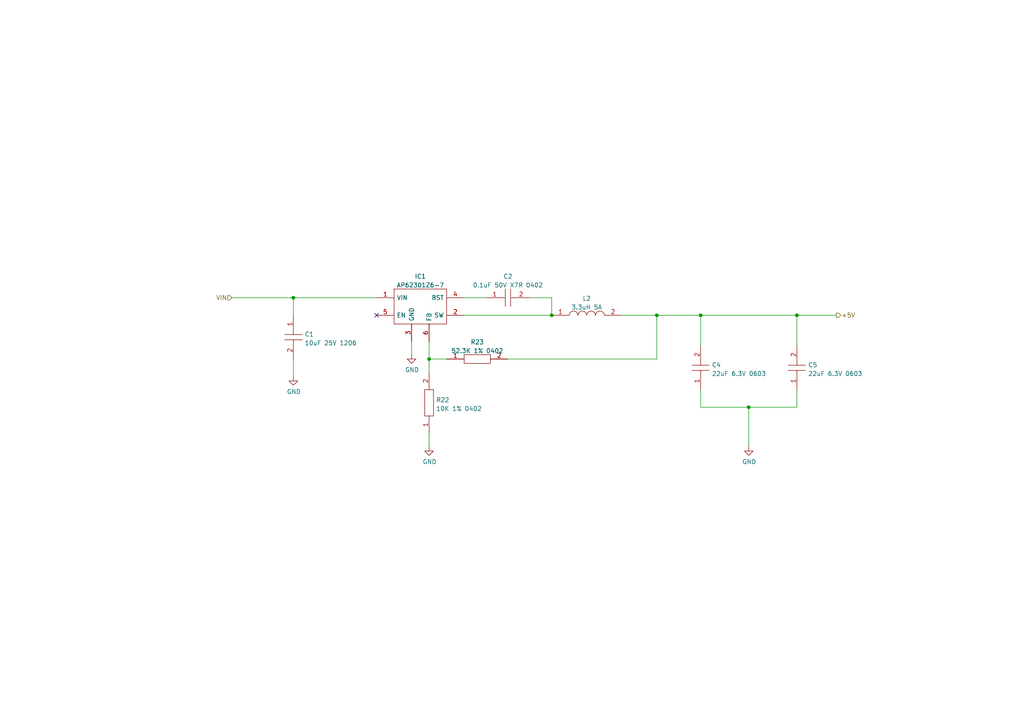
<source format=kicad_sch>
(kicad_sch (version 20231120) (generator "eeschema") (generator_version "8.0")
  (paper "A4")
  (title_block (date "2024-06-23") (rev "3.0") (comment 1 "info@vng.com.pl"))
  (lib_symbols
    (symbol "my_cap:0.1uF 50V X7R 0402" (pin_names (offset 0.762))
      (property "Reference" "C" (at 8.89 6.35 0))
      (property "Value" "0.1uF 50V X7R 0402" (at 8.89 3.81 0))
      (symbol "0.1uF 50V X7R 0402_0_0"
        (pin passive line (at 0 0 0) (length 5.08) (name "~") (number "1"))
        (pin passive line (at 12.7 0 180) (length 5.08) (name "~") (number "2"))
      )
      (symbol "0.1uF 50V X7R 0402_0_1"
        (polyline (pts (xy 5.08 0) (xy 5.588 0)) (stroke (width 0.1524)))
        (polyline (pts (xy 5.588 2.54) (xy 5.588 -2.54)) (stroke (width 0.1524)))
        (polyline (pts (xy 7.112 0) (xy 7.62 0)) (stroke (width 0.1524)))
        (polyline (pts (xy 7.112 2.54) (xy 7.112 -2.54)) (stroke (width 0.1524)))
      )
    )
    (symbol "my_cap:10uF 25V 1206" (pin_names (offset 0.762))
      (property "Reference" "C" (at 8.89 6.35 0))
      (property "Value" "10uF 25V 1206" (at 8.89 3.81 0))
      (symbol "10uF 25V 1206_0_0"
        (pin passive line (at 0 0 0) (length 5.08) (name "~") (number "1"))
        (pin passive line (at 12.7 0 180) (length 5.08) (name "~") (number "2"))
      )
      (symbol "10uF 25V 1206_0_1"
        (polyline (pts (xy 5.08 0) (xy 5.588 0)) (stroke (width 0.1524)))
        (polyline (pts (xy 5.588 2.54) (xy 5.588 -2.54)) (stroke (width 0.1524)))
        (polyline (pts (xy 7.112 0) (xy 7.62 0)) (stroke (width 0.1524)))
        (polyline (pts (xy 7.112 2.54) (xy 7.112 -2.54)) (stroke (width 0.1524)))
      )
    )
    (symbol "my_cap:22uF 6.3V 0603" (pin_names (offset 0.762))
      (property "Reference" "C" (at 8.89 6.35 0))
      (property "Value" "22uF 6.3V 0603" (at 8.89 3.81 0))
      (symbol "22uF 6.3V 0603_0_0"
        (pin passive line (at 0 0 0) (length 5.08) (name "~") (number "1"))
        (pin passive line (at 12.7 0 180) (length 5.08) (name "~") (number "2"))
      )
      (symbol "22uF 6.3V 0603_0_1"
        (polyline (pts (xy 5.08 0) (xy 5.588 0)) (stroke (width 0.1524)))
        (polyline (pts (xy 5.588 2.54) (xy 5.588 -2.54)) (stroke (width 0.1524)))
        (polyline (pts (xy 7.112 0) (xy 7.62 0)) (stroke (width 0.1524)))
        (polyline (pts (xy 7.112 2.54) (xy 7.112 -2.54)) (stroke (width 0.1524)))
      )
    )
    (symbol "my_coil:3.3uH 5A" (pin_names (offset 0.762))
      (property "Reference" "L" (at 16.51 6.35 0))
      (property "Value" "3.3uH 5A" (at 16.51 3.81 0))
      (symbol "3.3uH 5A_0_0"
        (pin passive line (at 0 0 0) (length 5.08) (name "~") (number "1"))
        (pin passive line (at 20.32 0 180) (length 5.08) (name "~") (number "2"))
      )
      (symbol "3.3uH 5A_0_1"
        (arc (start 7.62 0) (mid 6.35 1.2202) (end 5.08 0) (stroke (width 0.1524)))
        (arc (start 10.16 0) (mid 8.89 1.2202) (end 7.62 0) (stroke (width 0.1524)))
        (arc (start 12.7 0) (mid 11.43 1.2202) (end 10.16 0) (stroke (width 0.1524)))
        (arc (start 15.24 0) (mid 13.97 1.2202) (end 12.7 0) (stroke (width 0.1524)))
      )
    )
    (symbol "my_res:10K 1% 0402" (pin_names (offset 0.762))
      (property "Reference" "R" (at 13.97 6.35 0))
      (property "Value" "10K 1% 0402" (at 13.97 3.81 0))
      (symbol "10K 1% 0402_0_0"
        (pin passive line (at 0 0 0) (length 5.08) (name "~") (number "1"))
        (pin passive line (at 17.78 0 180) (length 5.08) (name "~") (number "2"))
      )
      (symbol "10K 1% 0402_0_1"
        (polyline (pts (xy 5.08 1.27) (xy 12.7 1.27) (xy 12.7 -1.27) (xy 5.08 -1.27) (xy 5.08 1.27)) (stroke (width 0.1524)))
      )
    )
    (symbol "my_res:52.3K 1% 0402" (pin_names (offset 0.762))
      (property "Reference" "R" (at 13.97 6.35 0))
      (property "Value" "52.3K 1% 0402" (at 13.97 3.81 0))
      (symbol "52.3K 1% 0402_0_0"
        (pin passive line (at 0 0 0) (length 5.08) (name "~") (number "1"))
        (pin passive line (at 17.78 0 180) (length 5.08) (name "~") (number "2"))
      )
      (symbol "52.3K 1% 0402_0_1"
        (polyline (pts (xy 5.08 1.27) (xy 12.7 1.27) (xy 12.7 -1.27) (xy 5.08 -1.27) (xy 5.08 1.27)) (stroke (width 0.1524)))
      )
    )
    (symbol "my_step_down:AP62301Z6-7" (pin_names (offset 0.762))
      (property "Reference" "IC" (at 21.59 7.62 0))
      (property "Value" "AP62301Z6-7" (at 21.59 5.08 0))
      (symbol "AP62301Z6-7_0_0"
        (pin passive line (at 0 0 0) (length 5.08) (name "VIN") (number "1"))
        (pin passive line (at 25.4 -5.08 180) (length 5.08) (name "SW") (number "2"))
        (pin passive line (at 10.16 -12.7 90) (length 5.08) (name "GND") (number "3"))
        (pin passive line (at 25.4 0 180) (length 5.08) (name "BST") (number "4"))
        (pin passive line (at 0 -5.08 0) (length 5.08) (name "EN") (number "5"))
        (pin passive line (at 15.24 -12.7 90) (length 5.08) (name "FB") (number "6"))
      )
      (symbol "AP62301Z6-7_0_1"
        (polyline (pts (xy 5.08 2.54) (xy 20.32 2.54) (xy 20.32 -7.62) (xy 5.08 -7.62) (xy 5.08 2.54)) (stroke (width 0.1524)))
      )
    )
    (symbol "power:GND" (power) (pin_names (offset 0))
      (property "Value" "GND" (at 0 -3.81 0))
      (symbol "GND_0_1"
        (polyline (pts (xy 0 0) (xy 0 -1.27) (xy 1.27 -1.27) (xy 0 -2.54) (xy -1.27 -1.27) (xy 0 -1.27)))
      )
      (symbol "GND_1_1"
        (pin power_in line (at 0 0 270) (length 0) hide (name "GND") (number "1"))
      )
    )
  )
  (junction (at 217.17 118.11))
  (junction (at 231.14 91.44))
  (junction (at 160.02 91.44))
  (junction (at 124.46 104.14))
  (junction (at 203.2 91.44))
  (junction (at 190.5 91.44))
  (junction (at 85.09 86.36))
  (no_connect (at 109.22 91.44))
  (wire (pts (xy 217.17 118.11) (xy 217.17 129.54)))
  (wire (pts (xy 203.2 113.03) (xy 203.2 118.11)))
  (wire (pts (xy 190.5 91.44) (xy 203.2 91.44)))
  (wire (pts (xy 203.2 91.44) (xy 203.2 100.33)))
  (wire (pts (xy 147.32 104.14) (xy 190.5 104.14)))
  (wire (pts (xy 190.5 91.44) (xy 180.34 91.44)))
  (wire (pts (xy 231.14 91.44) (xy 242.57 91.44)))
  (wire (pts (xy 134.62 91.44) (xy 160.02 91.44)))
  (wire (pts (xy 160.02 86.36) (xy 153.67 86.36)))
  (wire (pts (xy 231.14 118.11) (xy 231.14 113.03)))
  (wire (pts (xy 190.5 104.14) (xy 190.5 91.44)))
  (wire (pts (xy 119.38 99.06) (xy 119.38 102.87)))
  (wire (pts (xy 203.2 91.44) (xy 231.14 91.44)))
  (wire (pts (xy 124.46 125.73) (xy 124.46 129.54)))
  (wire (pts (xy 134.62 86.36) (xy 140.97 86.36)))
  (wire (pts (xy 231.14 91.44) (xy 231.14 100.33)))
  (wire (pts (xy 85.09 86.36) (xy 109.22 86.36)))
  (wire (pts (xy 217.17 118.11) (xy 231.14 118.11)))
  (wire (pts (xy 160.02 91.44) (xy 160.02 86.36)))
  (wire (pts (xy 85.09 104.14) (xy 85.09 109.22)))
  (wire (pts (xy 203.2 118.11) (xy 217.17 118.11)))
  (wire (pts (xy 124.46 104.14) (xy 124.46 107.95)))
  (wire (pts (xy 124.46 104.14) (xy 129.54 104.14)))
  (wire (pts (xy 85.09 86.36) (xy 85.09 91.44)))
  (wire (pts (xy 67.31 86.36) (xy 85.09 86.36)))
  (wire (pts (xy 124.46 99.06) (xy 124.46 104.14)))
  (hierarchical_label "+5V" (shape output) (at 242.57 91.44 0))
  (hierarchical_label "VIN" (shape input) (at 67.31 86.36 180))
  (symbol (lib_id "my_cap:22uF 6.3V 0603") (at 203.2 113.03 90) (unit 1)
    (property "Reference" "C4" (at 206.4512 105.8453 90) (effects (justify right)))
    (property "Value" "22uF 6.3V 0603" (at 206.4512 108.3822 90) (effects (justify right)))
    (property "Footprint" "C_0603_1608Metric" (effects (hide yes)))
    (property "Datasheet" "https://psearch.en.murata.com/capacitor/product/GRM188R60J226MEA0%23.html" (effects (hide yes)))
    (property "Description" "Multilayer Ceramic Capacitors MLCC - SMD/SMT 0603 22uF 6.3volts *Derate Voltage/Temp" (effects (hide yes)))
    (property "Height" "0.9" (effects (hide yes)))
    (property "Manufacturer_Name" "Murata Electronics" (effects (hide yes)))
    (property "Manufacturer_Part_Number" "GRM188R60J226MEA0D" (effects (hide yes)))
    (property "Mouser Part Number" "81-GRM188R60J226ME0D" (effects (hide yes)))
    (property "Mouser Price/Stock" "https://www.mouser.co.uk/ProductDetail/Murata-Electronics/GRM188R60J226MEA0D?qs=p%2FZgMVRdWRkAKoLX3oNjgw%3D%3D" (effects (hide yes)))
    (property "Arrow Part Number" "GRM188R60J226MEA0D" (effects (hide yes)))
    (property "Arrow Price/Stock" "https://www.arrow.com/en/products/grm188r60j226mea0d/murata-manufacturing?region=nac" (effects (hide yes)))
  )
  (symbol (lib_id "my_res:52.3K 1% 0402") (at 129.54 104.14 0) (unit 1)
    (property "Reference" "R23" (at 138.43 99.221 0))
    (property "Value" "52.3K 1% 0402" (at 138.43 101.7579 0))
    (property "Footprint" "R_0402_1005Metric" (effects (hide yes)))
    (property "Datasheet" "http://industrial.panasonic.com/cdbs/www-data/pdf/RDA0000/AOA0000C304.pdf" (effects (hide yes)))
    (property "Description" "Panasonic Surface Mount Fixed Resistor 52.3 k 0.1 W +/-100 ppm/C" (effects (hide yes)))
    (property "Height" "0.4" (effects (hide yes)))
    (property "Manufacturer_Name" "Panasonic" (effects (hide yes)))
    (property "Manufacturer_Part_Number" "ERJ-2RKF5232X" (effects (hide yes)))
    (property "Mouser Part Number" "667-ERJ-2RKF5232X" (effects (hide yes)))
    (property "Mouser Price/Stock" "https://www.mouser.co.uk/ProductDetail/Panasonic/ERJ-2RKF5232X/?qs=YMBIwoNQYdX72Vy9UljCxQ%3D%3D" (effects (hide yes)))
  )
  (symbol (lib_id "power:GND") (at 124.46 129.54 0) (unit 1)
    (property "Reference" "#PWR0101" (effects (hide yes)))
    (property "Value" "GND" (at 124.587 133.9342 0))
  )
  (symbol (lib_id "my_cap:10uF 25V 1206") (at 85.09 91.44 270) (unit 1)
    (property "Reference" "C1" (at 88.3412 96.9553 90) (effects (justify left)))
    (property "Value" "10uF 25V 1206" (at 88.3412 99.4922 90) (effects (justify left)))
    (property "Footprint" "C_1206_3216Metric" (effects (hide yes)))
    (property "Datasheet" "https://product.tdk.com/system/files/dam/doc/product/capacitor/ceramic/mlcc/catalog/mlcc_commercial_soft_cnc_en.pdf" (effects (hide yes)))
    (property "Description" "Multilayer Ceramic Chip Capacitors, Capacitance=10uF, LxWxT:3.2x1.6x1.6mm" (effects (hide yes)))
    (property "Height" "1.9" (effects (hide yes)))
    (property "Manufacturer_Name" "TDK" (effects (hide yes)))
    (property "Manufacturer_Part_Number" "CNC5L1X7R1E106K160AE" (effects (hide yes)))
    (property "Mouser Part Number" "810-CNC5LX7R1E106K16" (effects (hide yes)))
    (property "Mouser Price/Stock" "https://www.mouser.co.uk/ProductDetail/TDK/CNC5L1X7R1E106K160AE?qs=81r%252BiQLm7BRiuBg%252BJP8dYw%3D%3D" (effects (hide yes)))
  )
  (symbol (lib_id "power:GND") (at 119.38 102.87 0) (unit 1)
    (property "Reference" "#PWR0103" (effects (hide yes)))
    (property "Value" "GND" (at 119.507 107.2642 0))
  )
  (symbol (lib_id "my_cap:0.1uF 50V X7R 0402") (at 140.97 86.36 0) (unit 1)
    (property "Reference" "C2" (at 147.32 80.171 0))
    (property "Value" "0.1uF 50V X7R 0402" (at 147.32 82.7079 0))
    (property "Footprint" "C_0402_1005Metric" (effects (hide yes)))
    (property "Datasheet" "https://datasheet.datasheetarchive.com/originals/distributors/DKDS-10/191322.pdf" (effects (hide yes)))
    (property "Description" "Multilayer Ceramic Capacitors MLCC - SMD/SMT 0402 0.1uF 50volts X7R 10%" (effects (hide yes)))
    (property "Height" "0.55" (effects (hide yes)))
    (property "Manufacturer_Name" "Murata Electronics" (effects (hide yes)))
    (property "Manufacturer_Part_Number" "GRM155R71H104KE14D" (effects (hide yes)))
    (property "Mouser Part Number" "81-GRM155R71H104KE4D" (effects (hide yes)))
    (property "Mouser Price/Stock" "https://www.mouser.co.uk/ProductDetail/Murata-Electronics/GRM155R71H104KE14D?qs=2UZY3JfgLCy9gG9icKV9Yg%3D%3D" (effects (hide yes)))
    (property "Arrow Part Number" "GRM155R71H104KE14D" (effects (hide yes)))
    (property "Arrow Price/Stock" "https://www.arrow.com/en/products/grm155r71h104ke14d/murata-manufacturing?region=nac" (effects (hide yes)))
  )
  (symbol (lib_id "power:GND") (at 217.17 129.54 0) (unit 1)
    (property "Reference" "#PWR0102" (effects (hide yes)))
    (property "Value" "GND" (at 217.297 133.9342 0))
  )
  (symbol (lib_id "my_step_down:AP62301Z6-7") (at 109.22 86.36 0) (unit 1)
    (property "Reference" "IC1" (at 121.92 80.171 0))
    (property "Value" "AP62301Z6-7" (at 121.92 82.7079 0))
    (property "Footprint" "SOTFL50P162X60-6N" (effects (hide yes)))
    (property "Datasheet" "https://www.diodes.com/assets/Datasheets/AP62300_AP62301_AP62300T.pdf" (effects (hide yes)))
    (property "Description" "DCDC CONV HV BUCK SOT563 T&R 3K 4.2V TO 18V INPUT, 3A LOW IQ SYNCHRONOUS BUCK CONVERTER" (effects (hide yes)))
    (property "Height" "0.6" (effects (hide yes)))
    (property "Manufacturer_Name" "Diodes Inc." (effects (hide yes)))
    (property "Manufacturer_Part_Number" "AP62301Z6-7" (effects (hide yes)))
    (property "Mouser Part Number" "621-AP62301Z6-7" (effects (hide yes)))
    (property "Mouser Price/Stock" "https://www.mouser.co.uk/ProductDetail/Diodes-Incorporated/AP62301Z6-7?qs=7MVldsJ5UawPLFx7TLBzhA%3D%3D" (effects (hide yes)))
    (property "Arrow Part Number" "AP62301Z6-7" (effects (hide yes)))
    (property "Arrow Price/Stock" "https://www.arrow.com/en/products/ap62301z6-7/diodes-incorporated?region=nac" (effects (hide yes)))
  )
  (symbol (lib_id "power:GND") (at 85.09 109.22 0) (unit 1)
    (property "Reference" "#PWR0104" (effects (hide yes)))
    (property "Value" "GND" (at 85.217 113.6142 0))
  )
  (symbol (lib_id "my_cap:22uF 6.3V 0603") (at 231.14 113.03 90) (unit 1)
    (property "Reference" "C5" (at 234.3912 105.8453 90) (effects (justify right)))
    (property "Value" "22uF 6.3V 0603" (at 234.3912 108.3822 90) (effects (justify right)))
    (property "Footprint" "C_0603_1608Metric" (effects (hide yes)))
    (property "Datasheet" "https://psearch.en.murata.com/capacitor/product/GRM188R60J226MEA0%23.html" (effects (hide yes)))
    (property "Description" "Multilayer Ceramic Capacitors MLCC - SMD/SMT 0603 22uF 6.3volts *Derate Voltage/Temp" (effects (hide yes)))
    (property "Height" "0.9" (effects (hide yes)))
    (property "Manufacturer_Name" "Murata Electronics" (effects (hide yes)))
    (property "Manufacturer_Part_Number" "GRM188R60J226MEA0D" (effects (hide yes)))
    (property "Mouser Part Number" "81-GRM188R60J226ME0D" (effects (hide yes)))
    (property "Mouser Price/Stock" "https://www.mouser.co.uk/ProductDetail/Murata-Electronics/GRM188R60J226MEA0D?qs=p%2FZgMVRdWRkAKoLX3oNjgw%3D%3D" (effects (hide yes)))
    (property "Arrow Part Number" "GRM188R60J226MEA0D" (effects (hide yes)))
    (property "Arrow Price/Stock" "https://www.arrow.com/en/products/grm188r60j226mea0d/murata-manufacturing?region=nac" (effects (hide yes)))
  )
  (symbol (lib_id "my_res:10K 1% 0402") (at 124.46 125.73 90) (unit 1)
    (property "Reference" "R22" (at 126.4412 116.0053 90) (effects (justify right)))
    (property "Value" "10K 1% 0402" (at 126.4412 118.5422 90) (effects (justify right)))
    (property "Footprint" "R_0402_1005Metric" (effects (hide yes)))
    (property "Datasheet" "https://www.yageo.com/upload/media/product/productsearch/datasheet/rchip/PYu-AC_51_RoHS_L_7.pdf" (effects (hide yes)))
    (property "Description" "Yageo 10k, 0402 Thick Film Resistor 1% 0.0625W - AC0402FR-0710KL" (effects (hide yes)))
    (property "Height" "0.37" (effects (hide yes)))
    (property "Manufacturer_Name" "YAGEO (PHYCOMP)" (effects (hide yes)))
    (property "Manufacturer_Part_Number" "AC0402FR-0710KL" (effects (hide yes)))
    (property "Mouser Part Number" "603-AC0402FR-0710KL" (effects (hide yes)))
    (property "Mouser Price/Stock" "https://www.mouser.co.uk/ProductDetail/Yageo/AC0402FR-0710KL?qs=yhV1fb9g%2FKYkR5U3B7upEQ%3D%3D" (effects (hide yes)))
    (property "Arrow Part Number" "AC0402FR-0710KL" (effects (hide yes)))
    (property "Arrow Price/Stock" "https://www.arrow.com/en/products/ac0402fr-0710kl/yageo" (effects (hide yes)))
  )
  (symbol (lib_id "my_coil:3.3uH 5A") (at 160.02 91.44 0) (unit 1)
    (property "Reference" "L2" (at 170.18 86.5708 0))
    (property "Value" "3.3uH 5A" (at 170.18 89.1077 0))
    (property "Footprint" "VLS6045" (effects (hide yes)))
    (property "Datasheet" "https://product.tdk.com/system/files/dam/doc/product/inductor/inductor/smd/catalog/inductor_commercial_power_vls6045af_en.pdf" (effects (hide yes)))
    (property "Description" "SMD / SMT Inductors (Coils), L=3.3?H, L x W x T :" (effects (hide yes)))
    (property "Manufacturer_Name" "TDK" (effects (hide yes)))
    (property "Manufacturer_Part_Number" "VLS6045AF-3R3N" (effects (hide yes)))
    (property "Mouser Part Number" "810-VLS6045AF-3R3N" (effects (hide yes)))
    (property "Mouser Price/Stock" "https://www.mouser.co.uk/ProductDetail/TDK/VLS6045AF-3R3N?qs=lc2O%252BfHJPVbKrhYQ7dxqjQ%3D%3D" (effects (hide yes)))
    (property "Arrow Part Number" "VLS6045AF-3R3N" (effects (hide yes)))
    (property "Arrow Price/Stock" "https://www.arrow.com/en/products/vls6045af-3r3n/tdk?region=nac" (effects (hide yes)))
  )
)
</source>
